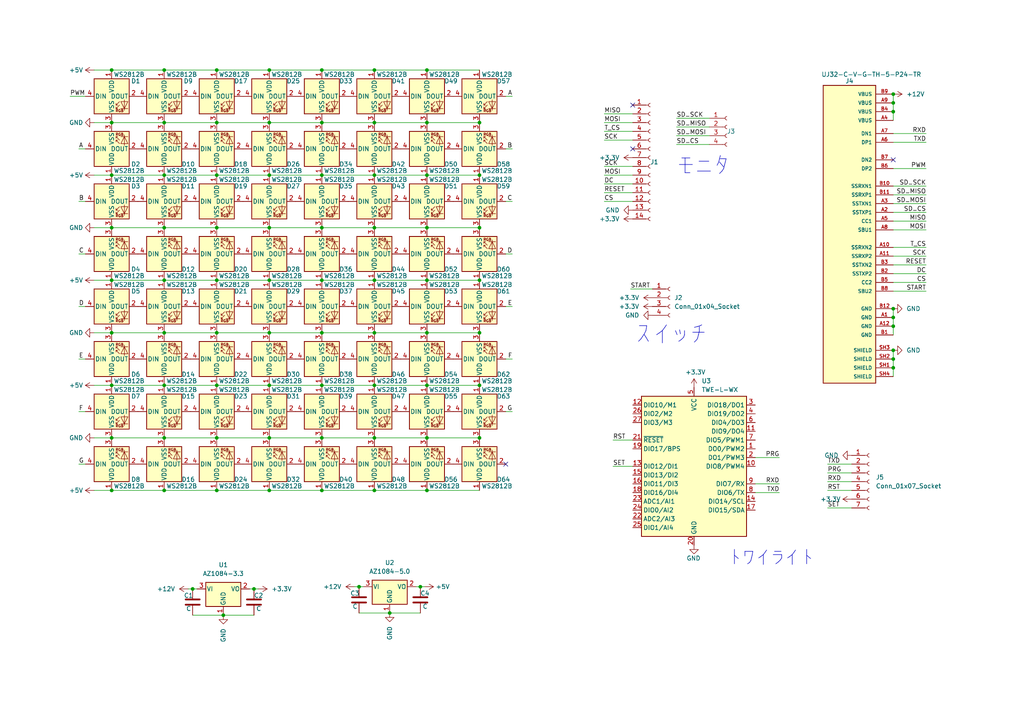
<source format=kicad_sch>
(kicad_sch (version 20230121) (generator eeschema)
  (paper "A4")
  (junction (at 47.625 127))
  (junction (at 93.345 96.52))
  (junction (at 47.625 96.52))
  (junction (at 121.92 170.18))
  (junction (at 78.105 50.8))
  (junction (at 93.345 142.24))
  (junction (at 62.865 111.76))
  (junction (at 32.385 50.8))
  (junction (at 139.065 96.52))
  (junction (at 47.625 111.76))
  (junction (at 123.825 142.24))
  (junction (at 32.385 35.56))
  (junction (at 108.585 35.56))
  (junction (at 93.345 50.8))
  (junction (at 93.345 111.76))
  (junction (at 108.585 142.24))
  (junction (at 108.585 66.04))
  (junction (at 62.865 35.56))
  (junction (at 123.825 20.32))
  (junction (at 108.585 50.8))
  (junction (at 259.08 27.305))
  (junction (at 108.585 81.28))
  (junction (at 62.865 20.32))
  (junction (at 259.08 29.845))
  (junction (at 104.14 170.18))
  (junction (at 47.625 20.32))
  (junction (at 93.345 127))
  (junction (at 62.865 96.52))
  (junction (at 62.865 81.28))
  (junction (at 32.385 20.32))
  (junction (at 113.03 177.8))
  (junction (at 62.865 142.24))
  (junction (at 78.105 127))
  (junction (at 55.88 170.815))
  (junction (at 32.385 127))
  (junction (at 62.865 66.04))
  (junction (at 259.08 106.68))
  (junction (at 32.385 96.52))
  (junction (at 62.865 127))
  (junction (at 78.105 66.04))
  (junction (at 78.105 142.24))
  (junction (at 93.345 66.04))
  (junction (at 108.585 127))
  (junction (at 32.385 142.24))
  (junction (at 78.105 111.76))
  (junction (at 93.345 20.32))
  (junction (at 32.385 81.28))
  (junction (at 108.585 96.52))
  (junction (at 259.08 32.385))
  (junction (at 259.08 101.6))
  (junction (at 47.625 35.56))
  (junction (at 259.08 94.615))
  (junction (at 139.065 35.56))
  (junction (at 123.825 66.04))
  (junction (at 108.585 20.32))
  (junction (at 108.585 111.76))
  (junction (at 47.625 66.04))
  (junction (at 259.08 92.075))
  (junction (at 47.625 142.24))
  (junction (at 78.105 20.32))
  (junction (at 139.065 66.04))
  (junction (at 259.08 104.14))
  (junction (at 123.825 127))
  (junction (at 93.345 35.56))
  (junction (at 123.825 81.28))
  (junction (at 78.105 81.28))
  (junction (at 62.865 50.8))
  (junction (at 64.77 178.435))
  (junction (at 139.065 81.28))
  (junction (at 123.825 35.56))
  (junction (at 32.385 111.76))
  (junction (at 93.345 81.28))
  (junction (at 47.625 50.8))
  (junction (at 259.08 89.535))
  (junction (at 139.065 127))
  (junction (at 78.105 96.52))
  (junction (at 47.625 81.28))
  (junction (at 123.825 96.52))
  (junction (at 73.66 170.815))
  (junction (at 78.105 35.56))
  (junction (at 139.065 111.76))
  (junction (at 123.825 50.8))
  (junction (at 32.385 66.04))
  (junction (at 139.065 50.8))
  (junction (at 123.825 111.76))
  (no_connect (at 370.84 63.5))
  (no_connect (at 183.515 43.18))
  (no_connect (at 183.515 30.48))
  (no_connect (at 146.685 134.62))
  (no_connect (at 259.08 46.355))
  (wire (pts (xy 104.14 170.18) (xy 105.41 170.18)))
  (wire (pts (xy 123.825 142.24) (xy 139.065 142.24)))
  (wire (pts (xy 108.585 81.28) (xy 123.825 81.28)))
  (wire (pts (xy 335.28 76.2) (xy 325.755 76.2)))
  (wire (pts (xy 78.105 20.32) (xy 93.345 20.32)))
  (wire (pts (xy 62.865 127) (xy 78.105 127)))
  (wire (pts (xy 148.59 88.9) (xy 146.685 88.9)))
  (wire (pts (xy 22.86 104.14) (xy 24.765 104.14)))
  (wire (pts (xy 325.755 60.96) (xy 335.28 60.96)))
  (wire (pts (xy 108.585 20.32) (xy 123.825 20.32)))
  (wire (pts (xy 47.625 142.24) (xy 62.865 142.24)))
  (wire (pts (xy 22.86 43.18) (xy 24.765 43.18)))
  (wire (pts (xy 27.305 81.28) (xy 32.385 81.28)))
  (wire (pts (xy 123.825 20.32) (xy 139.065 20.32)))
  (wire (pts (xy 93.345 35.56) (xy 108.585 35.56)))
  (wire (pts (xy 102.87 170.18) (xy 104.14 170.18)))
  (wire (pts (xy 78.105 127) (xy 93.345 127)))
  (wire (pts (xy 32.385 50.8) (xy 47.625 50.8)))
  (wire (pts (xy 380.365 66.04) (xy 370.84 66.04)))
  (wire (pts (xy 113.03 177.8) (xy 121.92 177.8)))
  (wire (pts (xy 55.88 170.815) (xy 57.15 170.815)))
  (wire (pts (xy 268.605 41.275) (xy 259.08 41.275)))
  (wire (pts (xy 93.345 81.28) (xy 108.585 81.28)))
  (wire (pts (xy 259.08 74.295) (xy 268.605 74.295)))
  (wire (pts (xy 123.825 96.52) (xy 139.065 96.52)))
  (wire (pts (xy 268.605 84.455) (xy 259.08 84.455)))
  (wire (pts (xy 370.84 68.58) (xy 380.365 68.58)))
  (wire (pts (xy 325.755 63.5) (xy 335.28 63.5)))
  (wire (pts (xy 380.365 76.2) (xy 370.84 76.2)))
  (wire (pts (xy 175.26 48.26) (xy 183.515 48.26)))
  (wire (pts (xy 335.28 66.04) (xy 325.755 66.04)))
  (wire (pts (xy 93.345 50.8) (xy 108.585 50.8)))
  (wire (pts (xy 27.305 142.24) (xy 32.385 142.24)))
  (wire (pts (xy 47.625 111.76) (xy 62.865 111.76)))
  (wire (pts (xy 268.605 53.975) (xy 259.08 53.975)))
  (wire (pts (xy 226.06 142.875) (xy 219.075 142.875)))
  (wire (pts (xy 78.105 66.04) (xy 93.345 66.04)))
  (wire (pts (xy 27.305 66.04) (xy 32.385 66.04)))
  (wire (pts (xy 27.305 96.52) (xy 32.385 96.52)))
  (wire (pts (xy 55.88 178.435) (xy 64.77 178.435)))
  (wire (pts (xy 22.86 58.42) (xy 24.765 58.42)))
  (wire (pts (xy 73.66 170.815) (xy 74.93 170.815)))
  (wire (pts (xy 27.305 111.76) (xy 32.385 111.76)))
  (wire (pts (xy 259.08 29.845) (xy 259.08 32.385)))
  (wire (pts (xy 177.8 127.635) (xy 183.515 127.635)))
  (wire (pts (xy 47.625 50.8) (xy 62.865 50.8)))
  (wire (pts (xy 108.585 35.56) (xy 123.825 35.56)))
  (wire (pts (xy 196.215 36.83) (xy 205.74 36.83)))
  (wire (pts (xy 62.865 81.28) (xy 78.105 81.28)))
  (wire (pts (xy 380.365 60.96) (xy 370.84 60.96)))
  (wire (pts (xy 108.585 127) (xy 123.825 127)))
  (wire (pts (xy 27.305 20.32) (xy 32.385 20.32)))
  (wire (pts (xy 259.08 32.385) (xy 259.08 34.925)))
  (wire (pts (xy 27.305 35.56) (xy 32.385 35.56)))
  (wire (pts (xy 259.08 104.14) (xy 259.08 106.68)))
  (wire (pts (xy 148.59 119.38) (xy 146.685 119.38)))
  (wire (pts (xy 78.105 142.24) (xy 93.345 142.24)))
  (wire (pts (xy 148.59 43.18) (xy 146.685 43.18)))
  (wire (pts (xy 123.825 111.76) (xy 139.065 111.76)))
  (wire (pts (xy 93.345 127) (xy 108.585 127)))
  (wire (pts (xy 240.03 142.24) (xy 247.015 142.24)))
  (wire (pts (xy 62.865 111.76) (xy 78.105 111.76)))
  (wire (pts (xy 380.365 73.66) (xy 370.84 73.66)))
  (wire (pts (xy 22.86 119.38) (xy 24.765 119.38)))
  (wire (pts (xy 62.865 35.56) (xy 78.105 35.56)))
  (wire (pts (xy 47.625 81.28) (xy 62.865 81.28)))
  (wire (pts (xy 47.625 96.52) (xy 62.865 96.52)))
  (wire (pts (xy 175.26 50.8) (xy 183.515 50.8)))
  (wire (pts (xy 268.605 76.835) (xy 259.08 76.835)))
  (wire (pts (xy 108.585 111.76) (xy 123.825 111.76)))
  (wire (pts (xy 32.385 20.32) (xy 47.625 20.32)))
  (wire (pts (xy 325.755 71.12) (xy 335.28 71.12)))
  (wire (pts (xy 268.605 38.735) (xy 259.08 38.735)))
  (wire (pts (xy 20.32 27.94) (xy 24.765 27.94)))
  (wire (pts (xy 123.825 81.28) (xy 139.065 81.28)))
  (wire (pts (xy 27.305 50.8) (xy 32.385 50.8)))
  (wire (pts (xy 259.08 101.6) (xy 259.08 104.14)))
  (wire (pts (xy 259.08 66.675) (xy 268.605 66.675)))
  (wire (pts (xy 177.8 135.255) (xy 183.515 135.255)))
  (wire (pts (xy 268.605 59.055) (xy 259.08 59.055)))
  (wire (pts (xy 93.345 20.32) (xy 108.585 20.32)))
  (wire (pts (xy 93.345 96.52) (xy 108.585 96.52)))
  (wire (pts (xy 175.26 35.56) (xy 183.515 35.56)))
  (wire (pts (xy 93.345 111.76) (xy 108.585 111.76)))
  (wire (pts (xy 268.605 48.895) (xy 259.08 48.895)))
  (wire (pts (xy 148.59 104.14) (xy 146.685 104.14)))
  (wire (pts (xy 78.105 111.76) (xy 93.345 111.76)))
  (wire (pts (xy 335.28 78.74) (xy 325.755 78.74)))
  (wire (pts (xy 47.625 66.04) (xy 62.865 66.04)))
  (wire (pts (xy 121.92 170.18) (xy 123.19 170.18)))
  (wire (pts (xy 182.88 83.82) (xy 189.23 83.82)))
  (wire (pts (xy 268.605 81.915) (xy 259.08 81.915)))
  (wire (pts (xy 196.215 41.91) (xy 205.74 41.91)))
  (wire (pts (xy 175.26 55.88) (xy 183.515 55.88)))
  (wire (pts (xy 32.385 127) (xy 47.625 127)))
  (wire (pts (xy 47.625 35.56) (xy 62.865 35.56)))
  (wire (pts (xy 22.86 134.62) (xy 24.765 134.62)))
  (wire (pts (xy 148.59 58.42) (xy 146.685 58.42)))
  (wire (pts (xy 62.865 142.24) (xy 78.105 142.24)))
  (wire (pts (xy 380.365 71.12) (xy 370.84 71.12)))
  (wire (pts (xy 104.14 177.8) (xy 113.03 177.8)))
  (wire (pts (xy 196.215 34.29) (xy 205.74 34.29)))
  (wire (pts (xy 240.03 134.62) (xy 247.015 134.62)))
  (wire (pts (xy 54.61 170.815) (xy 55.88 170.815)))
  (wire (pts (xy 259.08 79.375) (xy 268.605 79.375)))
  (wire (pts (xy 240.03 139.7) (xy 247.015 139.7)))
  (wire (pts (xy 62.865 20.32) (xy 78.105 20.32)))
  (wire (pts (xy 62.865 96.52) (xy 78.105 96.52)))
  (wire (pts (xy 175.26 58.42) (xy 183.515 58.42)))
  (wire (pts (xy 259.08 71.755) (xy 268.605 71.755)))
  (wire (pts (xy 32.385 142.24) (xy 47.625 142.24)))
  (wire (pts (xy 47.625 127) (xy 62.865 127)))
  (wire (pts (xy 32.385 66.04) (xy 47.625 66.04)))
  (wire (pts (xy 335.28 73.66) (xy 325.755 73.66)))
  (wire (pts (xy 259.08 94.615) (xy 259.08 97.155)))
  (wire (pts (xy 226.06 132.715) (xy 219.075 132.715)))
  (wire (pts (xy 240.03 137.16) (xy 247.015 137.16)))
  (wire (pts (xy 62.865 66.04) (xy 78.105 66.04)))
  (wire (pts (xy 32.385 111.76) (xy 47.625 111.76)))
  (wire (pts (xy 175.26 33.02) (xy 183.515 33.02)))
  (wire (pts (xy 22.86 73.66) (xy 24.765 73.66)))
  (wire (pts (xy 47.625 20.32) (xy 62.865 20.32)))
  (wire (pts (xy 268.605 56.515) (xy 259.08 56.515)))
  (wire (pts (xy 259.08 27.305) (xy 259.08 29.845)))
  (wire (pts (xy 123.825 35.56) (xy 139.065 35.56)))
  (wire (pts (xy 32.385 35.56) (xy 47.625 35.56)))
  (wire (pts (xy 78.105 81.28) (xy 93.345 81.28)))
  (wire (pts (xy 325.755 68.58) (xy 335.28 68.58)))
  (wire (pts (xy 108.585 66.04) (xy 123.825 66.04)))
  (wire (pts (xy 259.08 92.075) (xy 259.08 94.615)))
  (wire (pts (xy 123.825 127) (xy 139.065 127)))
  (wire (pts (xy 148.59 73.66) (xy 146.685 73.66)))
  (wire (pts (xy 240.03 147.32) (xy 247.015 147.32)))
  (wire (pts (xy 78.105 50.8) (xy 93.345 50.8)))
  (wire (pts (xy 108.585 142.24) (xy 123.825 142.24)))
  (wire (pts (xy 78.105 96.52) (xy 93.345 96.52)))
  (wire (pts (xy 148.59 27.94) (xy 146.685 27.94)))
  (wire (pts (xy 175.26 38.1) (xy 183.515 38.1)))
  (wire (pts (xy 22.86 88.9) (xy 24.765 88.9)))
  (wire (pts (xy 380.365 78.74) (xy 370.84 78.74)))
  (wire (pts (xy 259.08 64.135) (xy 268.605 64.135)))
  (wire (pts (xy 226.06 140.335) (xy 219.075 140.335)))
  (wire (pts (xy 78.105 35.56) (xy 93.345 35.56)))
  (wire (pts (xy 108.585 96.52) (xy 123.825 96.52)))
  (wire (pts (xy 175.26 53.34) (xy 183.515 53.34)))
  (wire (pts (xy 93.345 142.24) (xy 108.585 142.24)))
  (wire (pts (xy 120.65 170.18) (xy 121.92 170.18)))
  (wire (pts (xy 27.305 127) (xy 32.385 127)))
  (wire (pts (xy 123.825 50.8) (xy 139.065 50.8)))
  (wire (pts (xy 123.825 66.04) (xy 139.065 66.04)))
  (wire (pts (xy 93.345 66.04) (xy 108.585 66.04)))
  (wire (pts (xy 64.77 178.435) (xy 73.66 178.435)))
  (wire (pts (xy 175.26 40.64) (xy 183.515 40.64)))
  (wire (pts (xy 259.08 89.535) (xy 259.08 92.075)))
  (wire (pts (xy 268.605 61.595) (xy 259.08 61.595)))
  (wire (pts (xy 32.385 96.52) (xy 47.625 96.52)))
  (wire (pts (xy 196.215 39.37) (xy 205.74 39.37)))
  (wire (pts (xy 108.585 50.8) (xy 123.825 50.8)))
  (wire (pts (xy 259.08 106.68) (xy 259.08 109.22)))
  (wire (pts (xy 62.865 50.8) (xy 78.105 50.8)))
  (wire (pts (xy 32.385 81.28) (xy 47.625 81.28)))
  (wire (pts (xy 72.39 170.815) (xy 73.66 170.815)))
  (text "スイッチ" (at 184.15 100.33 0) (effects (font (size 5 5)) (justify left bottom)))
  (text "トワイライト" (at 210.82 164.465 0) (effects (font (size 4 4)) (justify left bottom)))
  (text "モニタ" (at 196.215 51.435 0) (effects (font (size 5 5)) (justify left bottom)))
  (label "MOSI" (at 325.755 73.66 0))
  (label "PWM" (at 20.32 27.94 0))
  (label "MISO" (at 175.26 33.02 0))
  (label "RXD" (at 325.755 63.5 0))
  (label "RXD" (at 226.06 140.335 180))
  (label "TXD" (at 240.03 134.62 0))
  (label "RST" (at 177.8 127.635 0))
  (label "MOSI" (at 175.26 50.8 0))
  (label "CS" (at 175.26 58.42 0))
  (label "START" (at 268.605 84.455 180))
  (label "SD＿MOSI" (at 268.605 59.055 180))
  (label "TXD" (at 325.755 60.96 0))
  (label "SD＿CS" (at 196.215 41.91 0))
  (label "CS" (at 268.605 81.915 180))
  (label "RXD" (at 268.605 38.735 180))
  (label "RXD" (at 240.03 139.7 0))
  (label "T_CS" (at 175.26 38.1 0))
  (label "SD＿MISO" (at 268.605 56.515 180))
  (label "START" (at 380.365 73.66 180))
  (label "CS" (at 380.365 66.04 180))
  (label "SD＿MOSI" (at 196.215 39.37 0))
  (label "C" (at 148.59 58.42 180))
  (label "SET" (at 240.03 147.32 0))
  (label "RST" (at 240.03 142.24 0))
  (label "SD＿MOSI" (at 325.755 71.12 0))
  (label "SCK" (at 325.755 76.2 0))
  (label "T_CS" (at 268.605 71.755 180))
  (label "SD＿SCK" (at 268.605 53.975 180))
  (label "SD＿SCK" (at 196.215 34.29 0))
  (label "A" (at 22.86 43.18 0))
  (label "T_CS" (at 325.755 78.74 0))
  (label "E" (at 22.86 104.14 0))
  (label "RESET" (at 380.365 71.12 180))
  (label "C" (at 22.86 73.66 0))
  (label "G" (at 22.86 134.62 0))
  (label "MISO" (at 268.605 64.135 180))
  (label "SET" (at 177.8 135.255 0))
  (label "F" (at 22.86 119.38 0))
  (label "SD＿CS" (at 325.755 68.58 0))
  (label "SD＿SCK" (at 380.365 78.74 180))
  (label "TXD" (at 226.06 142.875 180))
  (label "TXD" (at 268.605 41.275 180))
  (label "SCK" (at 175.26 40.64 0))
  (label "PRG" (at 240.03 137.16 0))
  (label "B" (at 148.59 43.18 180))
  (label "SD＿MISO" (at 196.215 36.83 0))
  (label "RESET" (at 175.26 55.88 0))
  (label "DC" (at 268.605 79.375 180))
  (label "START" (at 182.88 83.82 0))
  (label "DC" (at 380.365 68.58 180))
  (label "SCK" (at 175.26 48.26 0))
  (label "PWM" (at 380.365 60.96 180))
  (label "MOSI" (at 175.26 35.56 0))
  (label "SD＿CS" (at 268.605 61.595 180))
  (label "MISO" (at 325.755 66.04 0))
  (label "D" (at 148.59 73.66 180))
  (label "PRG" (at 226.06 132.715 180))
  (label "MOSI" (at 268.605 66.675 180))
  (label "E" (at 148.59 88.9 180))
  (label "SCK" (at 268.605 74.295 180))
  (label "F" (at 148.59 104.14 180))
  (label "G" (at 148.59 119.38 180))
  (label "SD＿MISO" (at 380.365 76.2 180))
  (label "PWM" (at 268.605 48.895 180))
  (label "B" (at 22.86 58.42 0))
  (label "D" (at 22.86 88.9 0))
  (label "RESET" (at 268.605 76.835 180))
  (label "A" (at 148.59 27.94 180))
  (label "DC" (at 175.26 53.34 0))
  (symbol (lib_id "power:GND") (at 335.28 81.28 270) (unit 1)
    (property "Reference" "#PWR031" (effects hide))
    (property "Value" "GND" (at 331.47 81.28 90) (effects (justify right)))
  )
  (symbol (lib_id "power:GND") (at 27.305 66.04 270) (unit 1)
    (property "Reference" "#PWR04" (effects hide))
    (property "Value" "GND" (at 24.13 66.04 90) (effects (justify right)))
  )
  (symbol (lib_id "power:GND") (at 370.84 86.36 90) (unit 1)
    (property "Reference" "#PWR033" (effects hide))
    (property "Value" "GND" (at 374.65 86.36 90) (effects (justify right)))
  )
  (symbol (lib_id "LED:WS2812B") (at 32.385 43.18 0) (mirror x) (unit 1)
    (property "Reference" "D2" (at 39.37 47.625 0))
    (property "Value" "WS2812B" (at 37.465 49.53 0))
    (property "Footprint" "LED_SMD:LED_WS2812B-2020_PLCC4_2.0x2.0mm" (effects hide))
    (property "Datasheet" "https://cdn-shop.adafruit.com/datasheets/WS2812B.pdf" (effects hide))
  )
  (symbol (lib_id "DX07P024MJ1R150:DX07P024MJ1R1500") (at 353.06 73.66 0) (unit 1)
    (property "Reference" "J16" (at 353.06 50.8 0))
    (property "Value" "DX07P024MJ1R1500" (at 353.06 53.34 0))
    (property "Footprint" "DX07P024MJ1R1500:JAE_DX07P024MJ1R1500" (effects hide))
    (property "MF" "JAE Electronics" (effects hide))
    (property "MAXIMUM_PACKAGE_HEIGHT" "1.625mm" (effects hide))
    (property "Package" "None" (effects hide))
    (property "Price" "None" (effects hide))
    (property "Check_prices" "https://www.snapeda.com/parts/DX07P024MJ1R1500/JAE+Electronics/view-part/?ref=eda" (effects hide))
    (property "STANDARD" "Manufacturer Recommendations" (effects hide))
    (property "PARTREV" "1.0" (effects hide))
    (property "SnapEDA_Link" "https://www.snapeda.com/parts/DX07P024MJ1R1500/JAE+Electronics/view-part/?ref=snap" (effects hide))
    (property "MP" "DX07P024MJ1R1500" (effects hide))
    (property "Description" "\n                        \n                            Connector, Plug top mount 24 pos. DX07 Series | JAE Electronics Inc. DX07P024MJ1R1500\n                        \n" (effects hide))
    (property "Availability" "In Stock" (effects hide))
    (property "MANUFACTURER" "JAE Electronics" (effects hide))
  )
  (symbol (lib_id "LED:WS2812B") (at 32.385 58.42 0) (unit 1)
    (property "Reference" "D3" (at 39.37 53.975 0))
    (property "Value" "WS2812B" (at 37.465 52.07 0))
    (property "Footprint" "LED_SMD:LED_WS2812B-2020_PLCC4_2.0x2.0mm" (effects hide))
    (property "Datasheet" "https://cdn-shop.adafruit.com/datasheets/WS2812B.pdf" (effects hide))
  )
  (symbol (lib_id "LED:WS2812B") (at 32.385 104.14 0) (mirror x) (unit 1)
    (property "Reference" "D6" (at 39.37 108.585 0))
    (property "Value" "WS2812B" (at 37.465 110.49 0))
    (property "Footprint" "LED_SMD:LED_WS2812B-2020_PLCC4_2.0x2.0mm" (effects hide))
    (property "Datasheet" "https://cdn-shop.adafruit.com/datasheets/WS2812B.pdf" (effects hide))
  )
  (symbol (lib_id "LED:WS2812B") (at 139.065 104.14 0) (mirror x) (unit 1)
    (property "Reference" "D62" (at 146.05 108.585 0))
    (property "Value" "WS2812B" (at 144.145 110.49 0))
    (property "Footprint" "LED_SMD:LED_WS2812B-2020_PLCC4_2.0x2.0mm" (effects hide))
    (property "Datasheet" "https://cdn-shop.adafruit.com/datasheets/WS2812B.pdf" (effects hide))
  )
  (symbol (lib_id "LED:WS2812B") (at 32.385 119.38 0) (unit 1)
    (property "Reference" "D7" (at 39.37 114.935 0))
    (property "Value" "WS2812B" (at 37.465 113.03 0))
    (property "Footprint" "LED_SMD:LED_WS2812B-2020_PLCC4_2.0x2.0mm" (effects hide))
    (property "Datasheet" "https://cdn-shop.adafruit.com/datasheets/WS2812B.pdf" (effects hide))
  )
  (symbol (lib_id "LED:WS2812B") (at 139.065 27.94 0) (unit 1)
    (property "Reference" "D57" (at 146.05 23.495 0))
    (property "Value" "WS2812B" (at 144.145 21.59 0))
    (property "Footprint" "LED_SMD:LED_WS2812B-2020_PLCC4_2.0x2.0mm" (effects hide))
    (property "Datasheet" "https://cdn-shop.adafruit.com/datasheets/WS2812B.pdf" (effects hide))
  )
  (symbol (lib_id "LED:WS2812B") (at 139.065 134.62 0) (mirror x) (unit 1)
    (property "Reference" "D64" (at 146.05 139.065 0))
    (property "Value" "WS2812B" (at 144.145 140.97 0))
    (property "Footprint" "LED_SMD:LED_WS2812B-2020_PLCC4_2.0x2.0mm" (effects hide))
    (property "Datasheet" "https://cdn-shop.adafruit.com/datasheets/WS2812B.pdf" (effects hide))
  )
  (symbol (lib_id "power:+12V") (at 370.84 58.42 270) (unit 1)
    (property "Reference" "#PWR030" (effects hide))
    (property "Value" "+12V" (at 374.65 58.42 90) (effects (justify left)))
  )
  (symbol (lib_id "LED:WS2812B") (at 93.345 43.18 0) (mirror x) (unit 1)
    (property "Reference" "D34" (at 100.33 47.625 0))
    (property "Value" "WS2812B" (at 98.425 49.53 0))
    (property "Footprint" "LED_SMD:LED_WS2812B-2020_PLCC4_2.0x2.0mm" (effects hide))
    (property "Datasheet" "https://cdn-shop.adafruit.com/datasheets/WS2812B.pdf" (effects hide))
  )
  (symbol (lib_id "power:+3.3V") (at 201.295 112.395 0) (unit 1)
    (property "Reference" "#PWR022" (effects hide))
    (property "Value" "+3.3V" (at 198.755 107.95 0) (effects (justify left)))
  )
  (symbol (lib_id "power:+5V") (at 27.305 111.76 90) (unit 1)
    (property "Reference" "#PWR07" (effects hide))
    (property "Value" "+5V" (at 24.13 111.76 90) (effects (justify left)))
  )
  (symbol (lib_id "LED:WS2812B") (at 93.345 73.66 0) (mirror x) (unit 1)
    (property "Reference" "D36" (at 100.33 78.105 0))
    (property "Value" "WS2812B" (at 98.425 80.01 0))
    (property "Footprint" "LED_SMD:LED_WS2812B-2020_PLCC4_2.0x2.0mm" (effects hide))
    (property "Datasheet" "https://cdn-shop.adafruit.com/datasheets/WS2812B.pdf" (effects hide))
  )
  (symbol (lib_id "LED:WS2812B") (at 93.345 104.14 0) (mirror x) (unit 1)
    (property "Reference" "D38" (at 100.33 108.585 0))
    (property "Value" "WS2812B" (at 98.425 110.49 0))
    (property "Footprint" "LED_SMD:LED_WS2812B-2020_PLCC4_2.0x2.0mm" (effects hide))
    (property "Datasheet" "https://cdn-shop.adafruit.com/datasheets/WS2812B.pdf" (effects hide))
  )
  (symbol (lib_id "LED:WS2812B") (at 47.625 27.94 0) (unit 1)
    (property "Reference" "D9" (at 54.61 23.495 0))
    (property "Value" "WS2812B" (at 52.705 21.59 0))
    (property "Footprint" "LED_SMD:LED_WS2812B-2020_PLCC4_2.0x2.0mm" (effects hide))
    (property "Datasheet" "https://cdn-shop.adafruit.com/datasheets/WS2812B.pdf" (effects hide))
  )
  (symbol (lib_id "power:+3.3V") (at 74.93 170.815 270) (unit 1)
    (property "Reference" "#PWR012" (effects hide))
    (property "Value" "+3.3V" (at 78.74 170.815 90) (effects (justify left)))
  )
  (symbol (lib_id "power:+12V") (at 335.28 58.42 90) (unit 1)
    (property "Reference" "#PWR029" (effects hide))
    (property "Value" "+12V" (at 331.47 58.42 90) (effects (justify left)))
  )
  (symbol (lib_id "LED:WS2812B") (at 78.105 73.66 0) (mirror x) (unit 1)
    (property "Reference" "D28" (at 85.09 78.105 0))
    (property "Value" "WS2812B" (at 83.185 80.01 0))
    (property "Footprint" "LED_SMD:LED_WS2812B-2020_PLCC4_2.0x2.0mm" (effects hide))
    (property "Datasheet" "https://cdn-shop.adafruit.com/datasheets/WS2812B.pdf" (effects hide))
  )
  (symbol (lib_id "Connector:Conn_01x14_Socket") (at 188.595 45.72 0) (unit 1)
    (property "Reference" "J1" (at 188.595 46.99 0) (effects (justify left)))
    (property "Value" "Conn_01x14_Socket" (effects hide))
    (property "Footprint" "Connector_PinHeader_2.54mm:PinHeader_1x14_P2.54mm_Vertical" (effects hide))
  )
  (symbol (lib_id "power:GND") (at 64.77 178.435 0) (unit 1)
    (property "Reference" "#PWR011" (effects hide))
    (property "Value" "GND" (at 64.77 182.245 90) (effects (justify right)))
  )
  (symbol (lib_id "LED:WS2812B") (at 78.105 104.14 0) (mirror x) (unit 1)
    (property "Reference" "D30" (at 85.09 108.585 0))
    (property "Value" "WS2812B" (at 83.185 110.49 0))
    (property "Footprint" "LED_SMD:LED_WS2812B-2020_PLCC4_2.0x2.0mm" (effects hide))
    (property "Datasheet" "https://cdn-shop.adafruit.com/datasheets/WS2812B.pdf" (effects hide))
  )
  (symbol (lib_id "LED:WS2812B") (at 93.345 119.38 0) (unit 1)
    (property "Reference" "D39" (at 100.33 114.935 0))
    (property "Value" "WS2812B" (at 98.425 113.03 0))
    (property "Footprint" "LED_SMD:LED_WS2812B-2020_PLCC4_2.0x2.0mm" (effects hide))
    (property "Datasheet" "https://cdn-shop.adafruit.com/datasheets/WS2812B.pdf" (effects hide))
  )
  (symbol (lib_id "LED:WS2812B") (at 139.065 88.9 0) (unit 1)
    (property "Reference" "D61" (at 146.05 84.455 0))
    (property "Value" "WS2812B" (at 144.145 82.55 0))
    (property "Footprint" "LED_SMD:LED_WS2812B-2020_PLCC4_2.0x2.0mm" (effects hide))
    (property "Datasheet" "https://cdn-shop.adafruit.com/datasheets/WS2812B.pdf" (effects hide))
  )
  (symbol (lib_id "power:+5V") (at 27.305 81.28 90) (unit 1)
    (property "Reference" "#PWR05" (effects hide))
    (property "Value" "+5V" (at 24.13 81.28 90) (effects (justify left)))
  )
  (symbol (lib_id "power:+5V") (at 27.305 142.24 90) (unit 1)
    (property "Reference" "#PWR09" (effects hide))
    (property "Value" "+5V" (at 24.13 142.24 90) (effects (justify left)))
  )
  (symbol (lib_id "LED:WS2812B") (at 108.585 88.9 0) (unit 1)
    (property "Reference" "D45" (at 115.57 84.455 0))
    (property "Value" "WS2812B" (at 113.665 82.55 0))
    (property "Footprint" "LED_SMD:LED_WS2812B-2020_PLCC4_2.0x2.0mm" (effects hide))
    (property "Datasheet" "https://cdn-shop.adafruit.com/datasheets/WS2812B.pdf" (effects hide))
  )
  (symbol (lib_id "LED:WS2812B") (at 108.585 134.62 0) (mirror x) (unit 1)
    (property "Reference" "D48" (at 115.57 139.065 0))
    (property "Value" "WS2812B" (at 113.665 140.97 0))
    (property "Footprint" "LED_SMD:LED_WS2812B-2020_PLCC4_2.0x2.0mm" (effects hide))
    (property "Datasheet" "https://cdn-shop.adafruit.com/datasheets/WS2812B.pdf" (effects hide))
  )
  (symbol (lib_id "Regulator_Linear:AZ1084-3.3") (at 64.77 170.815 0) (unit 1)
    (property "Reference" "U1" (at 64.77 163.83 0))
    (property "Value" "AZ1084-3.3" (at 64.77 166.37 0))
    (property "Footprint" "Package_TO_SOT_SMD:TO-252-2" (effects hide))
    (property "Datasheet" "https://www.diodes.com/assets/Datasheets/AZ1084.pdf" (effects hide))
  )
  (symbol (lib_id "LED:WS2812B") (at 47.625 119.38 0) (unit 1)
    (property "Reference" "D15" (at 54.61 114.935 0))
    (property "Value" "WS2812B" (at 52.705 113.03 0))
    (property "Footprint" "LED_SMD:LED_WS2812B-2020_PLCC4_2.0x2.0mm" (effects hide))
    (property "Datasheet" "https://cdn-shop.adafruit.com/datasheets/WS2812B.pdf" (effects hide))
  )
  (symbol (lib_id "power:GND") (at 259.08 89.535 90) (unit 1)
    (property "Reference" "#PWR027" (effects hide))
    (property "Value" "GND" (at 262.89 89.535 90) (effects (justify right)))
  )
  (symbol (lib_id "LED:WS2812B") (at 78.105 88.9 0) (unit 1)
    (property "Reference" "D29" (at 85.09 84.455 0))
    (property "Value" "WS2812B" (at 83.185 82.55 0))
    (property "Footprint" "LED_SMD:LED_WS2812B-2020_PLCC4_2.0x2.0mm" (effects hide))
    (property "Datasheet" "https://cdn-shop.adafruit.com/datasheets/WS2812B.pdf" (effects hide))
  )
  (symbol (lib_id "power:+12V") (at 259.08 27.305 270) (unit 1)
    (property "Reference" "#PWR026" (effects hide))
    (property "Value" "+12V" (at 262.89 27.305 90) (effects (justify left)))
  )
  (symbol (lib_id "Device:C") (at 55.88 174.625 0) (unit 1)
    (property "Reference" "C1" (at 53.34 172.72 0) (effects (justify left)))
    (property "Value" "C" (at 53.975 176.53 0) (effects (justify left)))
    (property "Footprint" "Capacitor_SMD:C_1210_3225Metric_Pad1.33x2.70mm_HandSolder" (effects hide))
  )
  (symbol (lib_id "LED:WS2812B") (at 47.625 104.14 0) (mirror x) (unit 1)
    (property "Reference" "D14" (at 54.61 108.585 0))
    (property "Value" "WS2812B" (at 52.705 110.49 0))
    (property "Footprint" "LED_SMD:LED_WS2812B-2020_PLCC4_2.0x2.0mm" (effects hide))
    (property "Datasheet" "https://cdn-shop.adafruit.com/datasheets/WS2812B.pdf" (effects hide))
  )
  (symbol (lib_id "LED:WS2812B") (at 108.585 119.38 0) (unit 1)
    (property "Reference" "D47" (at 115.57 114.935 0))
    (property "Value" "WS2812B" (at 113.665 113.03 0))
    (property "Footprint" "LED_SMD:LED_WS2812B-2020_PLCC4_2.0x2.0mm" (effects hide))
    (property "Datasheet" "https://cdn-shop.adafruit.com/datasheets/WS2812B.pdf" (effects hide))
  )
  (symbol (lib_id "RF_ZigBee:TWE-L-WX") (at 201.295 135.255 0) (unit 1)
    (property "Reference" "U3" (at 203.4891 110.49 0) (effects (justify left)))
    (property "Value" "TWE-L-WX" (at 203.4891 113.03 0) (effects (justify left)))
    (property "Footprint" "RF_Module:MonoWireless_TWE-L-WX" (effects hide))
    (property "Datasheet" "https://www.mono-wireless.com/jp/products/TWE-LITE/MW-PDS-TWELITE-JP.pdf" (effects hide))
  )
  (symbol (lib_id "Connector:Conn_01x04_Socket") (at 194.31 86.36 0) (unit 1)
    (property "Reference" "J2" (at 195.58 86.36 0) (effects (justify left)))
    (property "Value" "Conn_01x04_Socket" (at 195.58 88.9 0) (effects (justify left)))
    (property "Footprint" "Connector_JST:JST_XH_B4B-XH-A_1x04_P2.50mm_Vertical" (effects hide))
  )
  (symbol (lib_id "LED:WS2812B") (at 93.345 134.62 0) (mirror x) (unit 1)
    (property "Reference" "D40" (at 100.33 139.065 0))
    (property "Value" "WS2812B" (at 98.425 140.97 0))
    (property "Footprint" "LED_SMD:LED_WS2812B-2020_PLCC4_2.0x2.0mm" (effects hide))
    (property "Datasheet" "https://cdn-shop.adafruit.com/datasheets/WS2812B.pdf" (effects hide))
  )
  (symbol (lib_id "power:GND") (at 27.305 127 270) (unit 1)
    (property "Reference" "#PWR08" (effects hide))
    (property "Value" "GND" (at 24.13 127 90) (effects (justify right)))
  )
  (symbol (lib_id "LED:WS2812B") (at 123.825 134.62 0) (mirror x) (unit 1)
    (property "Reference" "D56" (at 130.81 139.065 0))
    (property "Value" "WS2812B" (at 128.905 140.97 0))
    (property "Footprint" "LED_SMD:LED_WS2812B-2020_PLCC4_2.0x2.0mm" (effects hide))
    (property "Datasheet" "https://cdn-shop.adafruit.com/datasheets/WS2812B.pdf" (effects hide))
  )
  (symbol (lib_id "Connector:Conn_01x07_Socket") (at 252.095 139.7 0) (unit 1)
    (property "Reference" "J5" (at 254 138.43 0) (effects (justify left)))
    (property "Value" "Conn_01x07_Socket" (at 254 140.97 0) (effects (justify left)))
    (property "Footprint" "Connector_PinHeader_2.54mm:PinHeader_1x07_P2.54mm_Vertical" (effects hide))
  )
  (symbol (lib_id "LED:WS2812B") (at 93.345 27.94 0) (unit 1)
    (property "Reference" "D33" (at 100.33 23.495 0))
    (property "Value" "WS2812B" (at 98.425 21.59 0))
    (property "Footprint" "LED_SMD:LED_WS2812B-2020_PLCC4_2.0x2.0mm" (effects hide))
    (property "Datasheet" "https://cdn-shop.adafruit.com/datasheets/WS2812B.pdf" (effects hide))
  )
  (symbol (lib_id "LED:WS2812B") (at 32.385 73.66 0) (mirror x) (unit 1)
    (property "Reference" "D4" (at 39.37 78.105 0))
    (property "Value" "WS2812B" (at 37.465 80.01 0))
    (property "Footprint" "LED_SMD:LED_WS2812B-2020_PLCC4_2.0x2.0mm" (effects hide))
    (property "Datasheet" "https://cdn-shop.adafruit.com/datasheets/WS2812B.pdf" (effects hide))
  )
  (symbol (lib_id "LED:WS2812B") (at 47.625 134.62 0) (mirror x) (unit 1)
    (property "Reference" "D16" (at 54.61 139.065 0))
    (property "Value" "WS2812B" (at 52.705 140.97 0))
    (property "Footprint" "LED_SMD:LED_WS2812B-2020_PLCC4_2.0x2.0mm" (effects hide))
    (property "Datasheet" "https://cdn-shop.adafruit.com/datasheets/WS2812B.pdf" (effects hide))
  )
  (symbol (lib_id "LED:WS2812B") (at 62.865 58.42 0) (unit 1)
    (property "Reference" "D19" (at 69.85 53.975 0))
    (property "Value" "WS2812B" (at 67.945 52.07 0))
    (property "Footprint" "LED_SMD:LED_WS2812B-2020_PLCC4_2.0x2.0mm" (effects hide))
    (property "Datasheet" "https://cdn-shop.adafruit.com/datasheets/WS2812B.pdf" (effects hide))
  )
  (symbol (lib_id "LED:WS2812B") (at 78.105 134.62 0) (mirror x) (unit 1)
    (property "Reference" "D32" (at 85.09 139.065 0))
    (property "Value" "WS2812B" (at 83.185 140.97 0))
    (property "Footprint" "LED_SMD:LED_WS2812B-2020_PLCC4_2.0x2.0mm" (effects hide))
    (property "Datasheet" "https://cdn-shop.adafruit.com/datasheets/WS2812B.pdf" (effects hide))
  )
  (symbol (lib_id "power:+5V") (at 123.19 170.18 270) (unit 1)
    (property "Reference" "#PWR015" (effects hide))
    (property "Value" "+5V" (at 126.365 170.18 90) (effects (justify left)))
  )
  (symbol (lib_id "LED:WS2812B") (at 32.385 134.62 0) (mirror x) (unit 1)
    (property "Reference" "D8" (at 39.37 139.065 0))
    (property "Value" "WS2812B" (at 37.465 140.97 0))
    (property "Footprint" "LED_SMD:LED_WS2812B-2020_PLCC4_2.0x2.0mm" (effects hide))
    (property "Datasheet" "https://cdn-shop.adafruit.com/datasheets/WS2812B.pdf" (effects hide))
  )
  (symbol (lib_id "LED:WS2812B") (at 123.825 119.38 0) (unit 1)
    (property "Reference" "D55" (at 130.81 114.935 0))
    (property "Value" "WS2812B" (at 128.905 113.03 0))
    (property "Footprint" "LED_SMD:LED_WS2812B-2020_PLCC4_2.0x2.0mm" (effects hide))
    (property "Datasheet" "https://cdn-shop.adafruit.com/datasheets/WS2812B.pdf" (effects hide))
  )
  (symbol (lib_id "power:GND") (at 259.08 101.6 90) (unit 1)
    (property "Reference" "#PWR028" (effects hide))
    (property "Value" "GND" (at 262.89 101.6 90) (effects (justify right)))
  )
  (symbol (lib_id "LED:WS2812B") (at 62.865 104.14 0) (mirror x) (unit 1)
    (property "Reference" "D22" (at 69.85 108.585 0))
    (property "Value" "WS2812B" (at 67.945 110.49 0))
    (property "Footprint" "LED_SMD:LED_WS2812B-2020_PLCC4_2.0x2.0mm" (effects hide))
    (property "Datasheet" "https://cdn-shop.adafruit.com/datasheets/WS2812B.pdf" (effects hide))
  )
  (symbol (lib_id "LED:WS2812B") (at 62.865 43.18 0) (mirror x) (unit 1)
    (property "Reference" "D18" (at 69.85 47.625 0))
    (property "Value" "WS2812B" (at 67.945 49.53 0))
    (property "Footprint" "LED_SMD:LED_WS2812B-2020_PLCC4_2.0x2.0mm" (effects hide))
    (property "Datasheet" "https://cdn-shop.adafruit.com/datasheets/WS2812B.pdf" (effects hide))
  )
  (symbol (lib_id "LED:WS2812B") (at 47.625 43.18 0) (mirror x) (unit 1)
    (property "Reference" "D10" (at 54.61 47.625 0))
    (property "Value" "WS2812B" (at 52.705 49.53 0))
    (property "Footprint" "LED_SMD:LED_WS2812B-2020_PLCC4_2.0x2.0mm" (effects hide))
    (property "Datasheet" "https://cdn-shop.adafruit.com/datasheets/WS2812B.pdf" (effects hide))
  )
  (symbol (lib_id "LED:WS2812B") (at 108.585 43.18 0) (mirror x) (unit 1)
    (property "Reference" "D42" (at 115.57 47.625 0))
    (property "Value" "WS2812B" (at 113.665 49.53 0))
    (property "Footprint" "LED_SMD:LED_WS2812B-2020_PLCC4_2.0x2.0mm" (effects hide))
    (property "Datasheet" "https://cdn-shop.adafruit.com/datasheets/WS2812B.pdf" (effects hide))
  )
  (symbol (lib_id "LED:WS2812B") (at 62.865 27.94 0) (unit 1)
    (property "Reference" "D17" (at 69.85 23.495 0))
    (property "Value" "WS2812B" (at 67.945 21.59 0))
    (property "Footprint" "LED_SMD:LED_WS2812B-2020_PLCC4_2.0x2.0mm" (effects hide))
    (property "Datasheet" "https://cdn-shop.adafruit.com/datasheets/WS2812B.pdf" (effects hide))
  )
  (symbol (lib_id "power:+12V") (at 54.61 170.815 90) (unit 1)
    (property "Reference" "#PWR010" (effects hide))
    (property "Value" "+12V" (at 50.8 170.815 90) (effects (justify left)))
  )
  (symbol (lib_id "LED:WS2812B") (at 93.345 88.9 0) (unit 1)
    (property "Reference" "D37" (at 100.33 84.455 0))
    (property "Value" "WS2812B" (at 98.425 82.55 0))
    (property "Footprint" "LED_SMD:LED_WS2812B-2020_PLCC4_2.0x2.0mm" (effects hide))
    (property "Datasheet" "https://cdn-shop.adafruit.com/datasheets/WS2812B.pdf" (effects hide))
  )
  (symbol (lib_id "power:+3.3V") (at 183.515 63.5 90) (unit 1)
    (property "Reference" "#PWR018" (effects hide))
    (property "Value" "+3.3V" (at 179.705 63.5 90) (effects (justify left)))
  )
  (symbol (lib_id "LED:WS2812B") (at 47.625 88.9 0) (unit 1)
    (property "Reference" "D13" (at 54.61 84.455 0))
    (property "Value" "WS2812B" (at 52.705 82.55 0))
    (property "Footprint" "LED_SMD:LED_WS2812B-2020_PLCC4_2.0x2.0mm" (effects hide))
    (property "Datasheet" "https://cdn-shop.adafruit.com/datasheets/WS2812B.pdf" (effects hide))
  )
  (symbol (lib_id "power:GND") (at 27.305 35.56 270) (unit 1)
    (property "Reference" "#PWR02" (effects hide))
    (property "Value" "GND" (at 24.13 35.56 90) (effects (justify right)))
  )
  (symbol (lib_id "power:+5V") (at 27.305 50.8 90) (unit 1)
    (property "Reference" "#PWR03" (effects hide))
    (property "Value" "+5V" (at 24.13 50.8 90) (effects (justify left)))
  )
  (symbol (lib_id "Connector:Conn_01x04_Socket") (at 210.82 36.83 0) (unit 1)
    (property "Reference" "J3" (at 210.82 38.1 0) (effects (justify left)))
    (property "Value" "Conn_01x04_Socket" (effects hide))
    (property "Footprint" "Connector_PinHeader_2.54mm:PinHeader_1x04_P2.54mm_Vertical" (effects hide))
  )
  (symbol (lib_id "power:GND") (at 113.03 177.8 0) (unit 1)
    (property "Reference" "#PWR014" (effects hide))
    (property "Value" "GND" (at 113.03 181.61 90) (effects (justify right)))
  )
  (symbol (lib_id "power:+3.3V") (at 189.23 88.9 90) (unit 1)
    (property "Reference" "#PWR020" (effects hide))
    (property "Value" "+3.3V" (at 185.42 88.9 90) (effects (justify left)))
  )
  (symbol (lib_id "Device:C") (at 104.14 173.99 0) (unit 1)
    (property "Reference" "C3" (at 101.6 172.085 0) (effects (justify left)))
    (property "Value" "C" (at 102.235 175.895 0) (effects (justify left)))
    (property "Footprint" "Capacitor_SMD:C_1210_3225Metric_Pad1.33x2.70mm_HandSolder" (effects hide))
  )
  (symbol (lib_id "LED:WS2812B") (at 62.865 73.66 0) (mirror x) (unit 1)
    (property "Reference" "D20" (at 69.85 78.105 0))
    (property "Value" "WS2812B" (at 67.945 80.01 0))
    (property "Footprint" "LED_SMD:LED_WS2812B-2020_PLCC4_2.0x2.0mm" (effects hide))
    (property "Datasheet" "https://cdn-shop.adafruit.com/datasheets/WS2812B.pdf" (effects hide))
  )
  (symbol (lib_id "LED:WS2812B") (at 139.065 73.66 0) (mirror x) (unit 1)
    (property "Reference" "D60" (at 146.05 78.105 0))
    (property "Value" "WS2812B" (at 144.145 80.01 0))
    (property "Footprint" "LED_SMD:LED_WS2812B-2020_PLCC4_2.0x2.0mm" (effects hide))
    (property "Datasheet" "https://cdn-shop.adafruit.com/datasheets/WS2812B.pdf" (effects hide))
  )
  (symbol (lib_id "Device:C") (at 73.66 174.625 0) (unit 1)
    (property "Reference" "C2" (at 73.66 172.72 0) (effects (justify left)))
    (property "Value" "C" (at 74.295 176.53 0) (effects (justify left)))
    (property "Footprint" "Capacitor_THT:C_Disc_D3.0mm_W1.6mm_P2.50mm" (effects hide))
  )
  (symbol (lib_id "power:GND") (at 189.23 91.44 270) (unit 1)
    (property "Reference" "#PWR021" (effects hide))
    (property "Value" "GND" (at 185.42 91.44 90) (effects (justify right)))
  )
  (symbol (lib_id "LED:WS2812B") (at 139.065 58.42 0) (unit 1)
    (property "Reference" "D59" (at 146.05 53.975 0))
    (property "Value" "WS2812B" (at 144.145 52.07 0))
    (property "Footprint" "LED_SMD:LED_WS2812B-2020_PLCC4_2.0x2.0mm" (effects hide))
    (property "Datasheet" "https://cdn-shop.adafruit.com/datasheets/WS2812B.pdf" (effects hide))
  )
  (symbol (lib_id "LED:WS2812B") (at 62.865 88.9 0) (unit 1)
    (property "Reference" "D21" (at 69.85 84.455 0))
    (property "Value" "WS2812B" (at 67.945 82.55 0))
    (property "Footprint" "LED_SMD:LED_WS2812B-2020_PLCC4_2.0x2.0mm" (effects hide))
    (property "Datasheet" "https://cdn-shop.adafruit.com/datasheets/WS2812B.pdf" (effects hide))
  )
  (symbol (lib_id "LED:WS2812B") (at 78.105 43.18 0) (mirror x) (unit 1)
    (property "Reference" "D26" (at 85.09 47.625 0))
    (property "Value" "WS2812B" (at 83.185 49.53 0))
    (property "Footprint" "LED_SMD:LED_WS2812B-2020_PLCC4_2.0x2.0mm" (effects hide))
    (property "Datasheet" "https://cdn-shop.adafruit.com/datasheets/WS2812B.pdf" (effects hide))
  )
  (symbol (lib_id "LED:WS2812B") (at 62.865 119.38 0) (unit 1)
    (property "Reference" "D23" (at 69.85 114.935 0))
    (property "Value" "WS2812B" (at 67.945 113.03 0))
    (property "Footprint" "LED_SMD:LED_WS2812B-2020_PLCC4_2.0x2.0mm" (effects hide))
    (property "Datasheet" "https://cdn-shop.adafruit.com/datasheets/WS2812B.pdf" (effects hide))
  )
  (symbol (lib_id "power:GND") (at 27.305 96.52 270) (unit 1)
    (property "Reference" "#PWR06" (effects hide))
    (property "Value" "GND" (at 24.13 96.52 90) (effects (justify right)))
  )
  (symbol (lib_id "LED:WS2812B") (at 108.585 58.42 0) (unit 1)
    (property "Reference" "D43" (at 115.57 53.975 0))
    (property "Value" "WS2812B" (at 113.665 52.07 0))
    (property "Footprint" "LED_SMD:LED_WS2812B-2020_PLCC4_2.0x2.0mm" (effects hide))
    (property "Datasheet" "https://cdn-shop.adafruit.com/datasheets/WS2812B.pdf" (effects hide))
  )
  (symbol (lib_id "LED:WS2812B") (at 32.385 88.9 0) (unit 1)
    (property "Reference" "D5" (at 39.37 84.455 0))
    (property "Value" "WS2812B" (at 37.465 82.55 0))
    (property "Footprint" "LED_SMD:LED_WS2812B-2020_PLCC4_2.0x2.0mm" (effects hide))
    (property "Datasheet" "https://cdn-shop.adafruit.com/datasheets/WS2812B.pdf" (effects hide))
  )
  (symbol (lib_id "power:+3.3V") (at 189.23 86.36 90) (unit 1)
    (property "Reference" "#PWR019" (effects hide))
    (property "Value" "+3.3V" (at 185.42 86.36 90) (effects (justify left)))
  )
  (symbol (lib_id "LED:WS2812B") (at 123.825 104.14 0) (mirror x) (unit 1)
    (property "Reference" "D54" (at 130.81 108.585 0))
    (property "Value" "WS2812B" (at 128.905 110.49 0))
    (property "Footprint" "LED_SMD:LED_WS2812B-2020_PLCC4_2.0x2.0mm" (effects hide))
    (property "Datasheet" "https://cdn-shop.adafruit.com/datasheets/WS2812B.pdf" (effects hide))
  )
  (symbol (lib_id "power:GND") (at 183.515 60.96 270) (unit 1)
    (property "Reference" "#PWR017" (effects hide))
    (property "Value" "GND" (at 179.705 60.96 90) (effects (justify right)))
  )
  (symbol (lib_id "LED:WS2812B") (at 93.345 58.42 0) (unit 1)
    (property "Reference" "D35" (at 100.33 53.975 0))
    (property "Value" "WS2812B" (at 98.425 52.07 0))
    (property "Footprint" "LED_SMD:LED_WS2812B-2020_PLCC4_2.0x2.0mm" (effects hide))
    (property "Datasheet" "https://cdn-shop.adafruit.com/datasheets/WS2812B.pdf" (effects hide))
  )
  (symbol (lib_id "power:GND") (at 247.015 132.08 270) (unit 1)
    (property "Reference" "#PWR024" (effects hide))
    (property "Value" "GND" (at 243.205 132.08 90) (effects (justify right)))
  )
  (symbol (lib_id "power:GND") (at 201.295 158.115 0) (unit 1)
    (property "Reference" "#PWR023" (effects hide))
    (property "Value" "GND" (at 203.2 161.925 0) (effects (justify right)))
  )
  (symbol (lib_id "LED:WS2812B") (at 123.825 27.94 0) (unit 1)
    (property "Reference" "D49" (at 130.81 23.495 0))
    (property "Value" "WS2812B" (at 128.905 21.59 0))
    (property "Footprint" "LED_SMD:LED_WS2812B-2020_PLCC4_2.0x2.0mm" (effects hide))
    (property "Datasheet" "https://cdn-shop.adafruit.com/datasheets/WS2812B.pdf" (effects hide))
  )
  (symbol (lib_id "UJ32-C-V-G-TH-5-P24-TR:UJ32-C-V-G-TH-5-P24-TR") (at 246.38 64.135 0) (unit 1)
    (property "Reference" "J4" (at 246.38 23.495 0))
    (property "Value" "UJ32-C-V-G-TH-5-P24-TR" (at 252.73 21.59 0))
    (property "Footprint" "Connector_USB:USB_C_Receptacle_GCT_USB4115-03-C" (effects hide))
    (property "MF" "Same Sky" (effects hide))
    (property "MAXIMUM_PACKAGE_HEIGHT" "9.35mm" (effects hide))
    (property "Package" "None" (effects hide))
    (property "Price" "None" (effects hide))
    (property "Check_prices" "https://www.snapeda.com/parts/UJ32-C-V-G-TH-5-P24-TR/Same+Sky/view-part/?ref=eda" (effects hide))
    (property "STANDARD" "Manufacturer Recommendations" (effects hide))
    (property "PARTREV" "1.0" (effects hide))
    (property "SnapEDA_Link" "https://www.snapeda.com/parts/UJ32-C-V-G-TH-5-P24-TR/Same+Sky/view-part/?ref=snap" (effects hide))
    (property "MP" "UJ32-C-V-G-TH-5-P24-TR" (effects hide))
    (property "Description" "\n                        \n                            Type C, USB 3.2, 5 Gbps, 48 Vac, 5 A, Vertical, Gold plated 3u, Through Hole,9.2mm, 24 pin\n                        \n" (effects hide))
    (property "Availability" "In Stock" (effects hide))
    (property "MANUFACTURER" "Same Sky" (effects hide))
  )
  (symbol (lib_id "LED:WS2812B") (at 139.065 119.38 0) (unit 1)
    (property "Reference" "D63" (at 146.05 114.935 0))
    (property "Value" "WS2812B" (at 144.145 113.03 0))
    (property "Footprint" "LED_SMD:LED_WS2812B-2020_PLCC4_2.0x2.0mm" (effects hide))
    (property "Datasheet" "https://cdn-shop.adafruit.com/datasheets/WS2812B.pdf" (effects hide))
  )
  (symbol (lib_id "Device:C") (at 121.92 173.99 0) (unit 1)
    (property "Reference" "C4" (at 121.92 172.085 0) (effects (justify left)))
    (property "Value" "C" (at 122.555 175.895 0) (effects (justify left)))
    (property "Footprint" "Capacitor_THT:C_Disc_D3.0mm_W1.6mm_P2.50mm" (effects hide))
  )
  (symbol (lib_id "Regulator_Linear:AZ1084-5.0") (at 113.03 170.18 0) (unit 1)
    (property "Reference" "U2" (at 113.03 163.195 0))
    (property "Value" "AZ1084-5.0" (at 113.03 165.735 0))
    (property "Footprint" "Package_TO_SOT_SMD:TO-252-2" (effects hide))
    (property "Datasheet" "https://www.diodes.com/assets/Datasheets/AZ1084.pdf" (effects hide))
  )
  (symbol (lib_id "LED:WS2812B") (at 47.625 73.66 0) (mirror x) (unit 1)
    (property "Reference" "D12" (at 54.61 78.105 0))
    (property "Value" "WS2812B" (at 52.705 80.01 0))
    (property "Footprint" "LED_SMD:LED_WS2812B-2020_PLCC4_2.0x2.0mm" (effects hide))
    (property "Datasheet" "https://cdn-shop.adafruit.com/datasheets/WS2812B.pdf" (effects hide))
  )
  (symbol (lib_id "LED:WS2812B") (at 108.585 73.66 0) (mirror x) (unit 1)
    (property "Reference" "D44" (at 115.57 78.105 0))
    (property "Value" "WS2812B" (at 113.665 80.01 0))
    (property "Footprint" "LED_SMD:LED_WS2812B-2020_PLCC4_2.0x2.0mm" (effects hide))
    (property "Datasheet" "https://cdn-shop.adafruit.com/datasheets/WS2812B.pdf" (effects hide))
  )
  (symbol (lib_id "LED:WS2812B") (at 32.385 27.94 0) (unit 1)
    (property "Reference" "D1" (at 39.37 23.495 0))
    (property "Value" "WS2812B" (at 37.465 21.59 0))
    (property "Footprint" "LED_SMD:LED_WS2812B-2020_PLCC4_2.0x2.0mm" (effects hide))
    (property "Datasheet" "https://cdn-shop.adafruit.com/datasheets/WS2812B.pdf" (effects hide))
  )
  (symbol (lib_id "power:+5V") (at 27.305 20.32 90) (unit 1)
    (property "Reference" "#PWR01" (effects hide))
    (property "Value" "+5V" (at 24.13 20.32 90) (effects (justify left)))
  )
  (symbol (lib_id "LED:WS2812B") (at 139.065 43.18 0) (mirror x) (unit 1)
    (property "Reference" "D58" (at 146.05 47.625 0))
    (property "Value" "WS2812B" (at 144.145 49.53 0))
    (property "Footprint" "LED_SMD:LED_WS2812B-2020_PLCC4_2.0x2.0mm" (effects hide))
    (property "Datasheet" "https://cdn-shop.adafruit.com/datasheets/WS2812B.pdf" (effects hide))
  )
  (symbol (lib_id "LED:WS2812B") (at 47.625 58.42 0) (unit 1)
    (property "Reference" "D11" (at 54.61 53.975 0))
    (property "Value" "WS2812B" (at 52.705 52.07 0))
    (property "Footprint" "LED_SMD:LED_WS2812B-2020_PLCC4_2.0x2.0mm" (effects hide))
    (property "Datasheet" "https://cdn-shop.adafruit.com/datasheets/WS2812B.pdf" (effects hide))
  )
  (symbol (lib_id "LED:WS2812B") (at 123.825 88.9 0) (unit 1)
    (property "Reference" "D53" (at 130.81 84.455 0))
    (property "Value" "WS2812B" (at 128.905 82.55 0))
    (property "Footprint" "LED_SMD:LED_WS2812B-2020_PLCC4_2.0x2.0mm" (effects hide))
    (property "Datasheet" "https://cdn-shop.adafruit.com/datasheets/WS2812B.pdf" (effects hide))
  )
  (symbol (lib_id "LED:WS2812B") (at 123.825 58.42 0) (unit 1)
    (property "Reference" "D51" (at 130.81 53.975 0))
    (property "Value" "WS2812B" (at 128.905 52.07 0))
    (property "Footprint" "LED_SMD:LED_WS2812B-2020_PLCC4_2.0x2.0mm" (effects hide))
    (property "Datasheet" "https://cdn-shop.adafruit.com/datasheets/WS2812B.pdf" (effects hide))
  )
  (symbol (lib_id "power:+12V") (at 102.87 170.18 90) (unit 1)
    (property "Reference" "#PWR013" (effects hide))
    (property "Value" "+12V" (at 99.06 170.18 90) (effects (justify left)))
  )
  (symbol (lib_id "LED:WS2812B") (at 78.105 58.42 0) (unit 1)
    (property "Reference" "D27" (at 85.09 53.975 0))
    (property "Value" "WS2812B" (at 83.185 52.07 0))
    (property "Footprint" "LED_SMD:LED_WS2812B-2020_PLCC4_2.0x2.0mm" (effects hide))
    (property "Datasheet" "https://cdn-shop.adafruit.com/datasheets/WS2812B.pdf" (effects hide))
  )
  (symbol (lib_id "LED:WS2812B") (at 123.825 43.18 0) (mirror x) (unit 1)
    (property "Reference" "D50" (at 130.81 47.625 0))
    (property "Value" "WS2812B" (at 128.905 49.53 0))
    (property "Footprint" "LED_SMD:LED_WS2812B-2020_PLCC4_2.0x2.0mm" (effects hide))
    (property "Datasheet" "https://cdn-shop.adafruit.com/datasheets/WS2812B.pdf" (effects hide))
  )
  (symbol (lib_id "LED:WS2812B") (at 108.585 27.94 0) (unit 1)
    (property "Reference" "D41" (at 115.57 23.495 0))
    (property "Value" "WS2812B" (at 113.665 21.59 0))
    (property "Footprint" "LED_SMD:LED_WS2812B-2020_PLCC4_2.0x2.0mm" (effects hide))
    (property "Datasheet" "https://cdn-shop.adafruit.com/datasheets/WS2812B.pdf" (effects hide))
  )
  (symbol (lib_id "power:+3.3V") (at 183.515 45.72 90) (unit 1)
    (property "Reference" "#PWR016" (effects hide))
    (property "Value" "+3.3V" (at 179.705 45.72 90) (effects (justify left)))
  )
  (symbol (lib_id "LED:WS2812B") (at 78.105 27.94 0) (unit 1)
    (property "Reference" "D25" (at 85.09 23.495 0))
    (property "Value" "WS2812B" (at 83.185 21.59 0))
    (property "Footprint" "LED_SMD:LED_WS2812B-2020_PLCC4_2.0x2.0mm" (effects hide))
    (property "Datasheet" "https://cdn-shop.adafruit.com/datasheets/WS2812B.pdf" (effects hide))
  )
  (symbol (lib_id "LED:WS2812B") (at 78.105 119.38 0) (unit 1)
    (property "Reference" "D31" (at 85.09 114.935 0))
    (property "Value" "WS2812B" (at 83.185 113.03 0))
    (property "Footprint" "LED_SMD:LED_WS2812B-2020_PLCC4_2.0x2.0mm" (effects hide))
    (property "Datasheet" "https://cdn-shop.adafruit.com/datasheets/WS2812B.pdf" (effects hide))
  )
  (symbol (lib_id "LED:WS2812B") (at 62.865 134.62 0) (mirror x) (unit 1)
    (property "Reference" "D24" (at 69.85 139.065 0))
    (property "Value" "WS2812B" (at 67.945 140.97 0))
    (property "Footprint" "LED_SMD:LED_WS2812B-2020_PLCC4_2.0x2.0mm" (effects hide))
    (property "Datasheet" "https://cdn-shop.adafruit.com/datasheets/WS2812B.pdf" (effects hide))
  )
  (symbol (lib_id "power:+3.3V") (at 247.015 144.78 90) (unit 1)
    (property "Reference" "#PWR025" (effects hide))
    (property "Value" "+3.3V" (at 243.84 144.78 90) (effects (justify left)))
  )
  (symbol (lib_id "LED:WS2812B") (at 108.585 104.14 0) (mirror x) (unit 1)
    (property "Reference" "D46" (at 115.57 108.585 0))
    (property "Value" "WS2812B" (at 113.665 110.49 0))
    (property "Footprint" "LED_SMD:LED_WS2812B-2020_PLCC4_2.0x2.0mm" (effects hide))
    (property "Datasheet" "https://cdn-shop.adafruit.com/datasheets/WS2812B.pdf" (effects hide))
  )
  (symbol (lib_id "power:GND") (at 370.84 81.28 90) (unit 1)
    (property "Reference" "#PWR032" (effects hide))
    (property "Value" "GND" (at 374.65 81.28 90) (effects (justify right)))
  )
  (symbol (lib_id "LED:WS2812B") (at 123.825 73.66 0) (mirror x) (unit 1)
    (property "Reference" "D52" (at 130.81 78.105 0))
    (property "Value" "WS2812B" (at 128.905 80.01 0))
    (property "Footprint" "LED_SMD:LED_WS2812B-2020_PLCC4_2.0x2.0mm" (effects hide))
    (property "Datasheet" "https://cdn-shop.adafruit.com/datasheets/WS2812B.pdf" (effects hide))
  )
)
</source>
